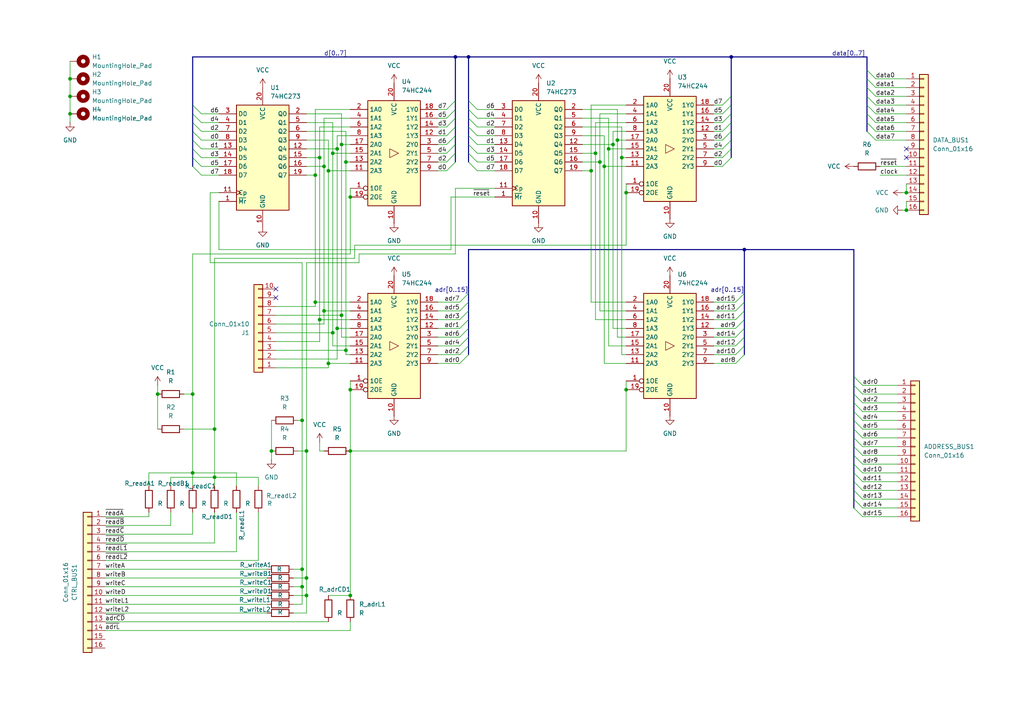
<source format=kicad_sch>
(kicad_sch (version 20231120) (generator "eeschema") (generator_version "8.0")
  (paper "A4")
  (title_block (title "Dual Register Unit") (date "2025-02-11"))
  (lib_symbols
    (symbol "74xx:74HC244"
      (property "Reference" "U" (at -7.62 16.51 0))
      (property "Value" "74HC244" (at -7.62 -16.51 0))
      (symbol "74HC244_1_0"
        (polyline (pts (xy 1.27 0) (xy -1.27 1.27) (xy -1.27 -1.27) (xy 1.27 0)) (stroke (width 0.1524)))
        (pin input inverted (at -12.7 -10.16 0) (length 5.08) (name "1OE") (number "1"))
        (pin power_in line (at 0 -20.32 90) (length 5.08) (name "GND") (number "10"))
        (pin input line (at -12.7 -5.08 0) (length 5.08) (name "2A3") (number "11"))
        (pin tri_state line (at 12.7 5.08 180) (length 5.08) (name "1Y3") (number "12"))
        (pin input line (at -12.7 -2.54 0) (length 5.08) (name "2A2") (number "13"))
        (pin tri_state line (at 12.7 7.62 180) (length 5.08) (name "1Y2") (number "14"))
        (pin input line (at -12.7 0 0) (length 5.08) (name "2A1") (number "15"))
        (pin tri_state line (at 12.7 10.16 180) (length 5.08) (name "1Y1") (number "16"))
        (pin input line (at -12.7 2.54 0) (length 5.08) (name "2A0") (number "17"))
        (pin tri_state line (at 12.7 12.7 180) (length 5.08) (name "1Y0") (number "18"))
        (pin input inverted (at -12.7 -12.7 0) (length 5.08) (name "2OE") (number "19"))
        (pin input line (at -12.7 12.7 0) (length 5.08) (name "1A0") (number "2"))
        (pin power_in line (at 0 20.32 270) (length 5.08) (name "VCC") (number "20"))
        (pin tri_state line (at 12.7 2.54 180) (length 5.08) (name "2Y0") (number "3"))
        (pin input line (at -12.7 10.16 0) (length 5.08) (name "1A1") (number "4"))
        (pin tri_state line (at 12.7 0 180) (length 5.08) (name "2Y1") (number "5"))
        (pin input line (at -12.7 7.62 0) (length 5.08) (name "1A2") (number "6"))
        (pin tri_state line (at 12.7 -2.54 180) (length 5.08) (name "2Y2") (number "7"))
        (pin input line (at -12.7 5.08 0) (length 5.08) (name "1A3") (number "8"))
        (pin tri_state line (at 12.7 -5.08 180) (length 5.08) (name "2Y3") (number "9"))
      )
      (symbol "74HC244_1_1"
        (rectangle (start -7.62 15.24) (end 7.62 -15.24) (stroke (width 0.254)) (fill (type background)))
      )
    )
    (symbol "74xx:74HC273"
      (property "Reference" "U" (at -7.62 16.51 0))
      (property "Value" "74HC273" (at -7.62 -16.51 0))
      (symbol "74HC273_1_0"
        (pin input line (at -12.7 -12.7 0) (length 5.08) (name "~{Mr}") (number "1"))
        (pin power_in line (at 0 -20.32 90) (length 5.08) (name "GND") (number "10"))
        (pin input clock (at -12.7 -10.16 0) (length 5.08) (name "Cp") (number "11"))
        (pin output line (at 12.7 2.54 180) (length 5.08) (name "Q4") (number "12"))
        (pin input line (at -12.7 2.54 0) (length 5.08) (name "D4") (number "13"))
        (pin input line (at -12.7 0 0) (length 5.08) (name "D5") (number "14"))
        (pin output line (at 12.7 0 180) (length 5.08) (name "Q5") (number "15"))
        (pin output line (at 12.7 -2.54 180) (length 5.08) (name "Q6") (number "16"))
        (pin input line (at -12.7 -2.54 0) (length 5.08) (name "D6") (number "17"))
        (pin input line (at -12.7 -5.08 0) (length 5.08) (name "D7") (number "18"))
        (pin output line (at 12.7 -5.08 180) (length 5.08) (name "Q7") (number "19"))
        (pin output line (at 12.7 12.7 180) (length 5.08) (name "Q0") (number "2"))
        (pin power_in line (at 0 20.32 270) (length 5.08) (name "VCC") (number "20"))
        (pin input line (at -12.7 12.7 0) (length 5.08) (name "D0") (number "3"))
        (pin input line (at -12.7 10.16 0) (length 5.08) (name "D1") (number "4"))
        (pin output line (at 12.7 10.16 180) (length 5.08) (name "Q1") (number "5"))
        (pin output line (at 12.7 7.62 180) (length 5.08) (name "Q2") (number "6"))
        (pin input line (at -12.7 7.62 0) (length 5.08) (name "D2") (number "7"))
        (pin input line (at -12.7 5.08 0) (length 5.08) (name "D3") (number "8"))
        (pin output line (at 12.7 5.08 180) (length 5.08) (name "Q3") (number "9"))
      )
      (symbol "74HC273_1_1"
        (rectangle (start -7.62 15.24) (end 7.62 -15.24) (stroke (width 0.254)) (fill (type background)))
      )
    )
    (symbol "Connector_Generic:Conn_01x10" (pin_names (offset 1.016) hide)
      (property "Reference" "J" (at 0 12.7 0))
      (property "Value" "Conn_01x10" (at 0 -15.24 0))
      (symbol "Conn_01x10_1_1"
        (rectangle (start -1.27 -12.573) (end 0 -12.827) (stroke (width 0.1524)))
        (rectangle (start -1.27 -10.033) (end 0 -10.287) (stroke (width 0.1524)))
        (rectangle (start -1.27 -7.493) (end 0 -7.747) (stroke (width 0.1524)))
        (rectangle (start -1.27 -4.953) (end 0 -5.207) (stroke (width 0.1524)))
        (rectangle (start -1.27 -2.413) (end 0 -2.667) (stroke (width 0.1524)))
        (rectangle (start -1.27 0.127) (end 0 -0.127) (stroke (width 0.1524)))
        (rectangle (start -1.27 2.667) (end 0 2.413) (stroke (width 0.1524)))
        (rectangle (start -1.27 5.207) (end 0 4.953) (stroke (width 0.1524)))
        (rectangle (start -1.27 7.747) (end 0 7.493) (stroke (width 0.1524)))
        (rectangle (start -1.27 10.287) (end 0 10.033) (stroke (width 0.1524)))
        (rectangle (start -1.27 11.43) (end 1.27 -13.97) (stroke (width 0.254)) (fill (type background)))
        (pin passive line (at -5.08 10.16 0) (length 3.81) (name "Pin_1") (number "1"))
        (pin passive line (at -5.08 -12.7 0) (length 3.81) (name "Pin_10") (number "10"))
        (pin passive line (at -5.08 7.62 0) (length 3.81) (name "Pin_2") (number "2"))
        (pin passive line (at -5.08 5.08 0) (length 3.81) (name "Pin_3") (number "3"))
        (pin passive line (at -5.08 2.54 0) (length 3.81) (name "Pin_4") (number "4"))
        (pin passive line (at -5.08 0 0) (length 3.81) (name "Pin_5") (number "5"))
        (pin passive line (at -5.08 -2.54 0) (length 3.81) (name "Pin_6") (number "6"))
        (pin passive line (at -5.08 -5.08 0) (length 3.81) (name "Pin_7") (number "7"))
        (pin passive line (at -5.08 -7.62 0) (length 3.81) (name "Pin_8") (number "8"))
        (pin passive line (at -5.08 -10.16 0) (length 3.81) (name "Pin_9") (number "9"))
      )
    )
    (symbol "Connector_Generic:Conn_01x16" (pin_names (offset 1.016) hide)
      (property "Reference" "J" (at 0 20.32 0))
      (property "Value" "Conn_01x16" (at 0 -22.86 0))
      (symbol "Conn_01x16_1_1"
        (rectangle (start -1.27 -20.193) (end 0 -20.447) (stroke (width 0.1524)))
        (rectangle (start -1.27 -17.653) (end 0 -17.907) (stroke (width 0.1524)))
        (rectangle (start -1.27 -15.113) (end 0 -15.367) (stroke (width 0.1524)))
        (rectangle (start -1.27 -12.573) (end 0 -12.827) (stroke (width 0.1524)))
        (rectangle (start -1.27 -10.033) (end 0 -10.287) (stroke (width 0.1524)))
        (rectangle (start -1.27 -7.493) (end 0 -7.747) (stroke (width 0.1524)))
        (rectangle (start -1.27 -4.953) (end 0 -5.207) (stroke (width 0.1524)))
        (rectangle (start -1.27 -2.413) (end 0 -2.667) (stroke (width 0.1524)))
        (rectangle (start -1.27 0.127) (end 0 -0.127) (stroke (width 0.1524)))
        (rectangle (start -1.27 2.667) (end 0 2.413) (stroke (width 0.1524)))
        (rectangle (start -1.27 5.207) (end 0 4.953) (stroke (width 0.1524)))
        (rectangle (start -1.27 7.747) (end 0 7.493) (stroke (width 0.1524)))
        (rectangle (start -1.27 10.287) (end 0 10.033) (stroke (width 0.1524)))
        (rectangle (start -1.27 12.827) (end 0 12.573) (stroke (width 0.1524)))
        (rectangle (start -1.27 15.367) (end 0 15.113) (stroke (width 0.1524)))
        (rectangle (start -1.27 17.907) (end 0 17.653) (stroke (width 0.1524)))
        (rectangle (start -1.27 19.05) (end 1.27 -21.59) (stroke (width 0.254)) (fill (type background)))
        (pin passive line (at -5.08 17.78 0) (length 3.81) (name "Pin_1") (number "1"))
        (pin passive line (at -5.08 -5.08 0) (length 3.81) (name "Pin_10") (number "10"))
        (pin passive line (at -5.08 -7.62 0) (length 3.81) (name "Pin_11") (number "11"))
        (pin passive line (at -5.08 -10.16 0) (length 3.81) (name "Pin_12") (number "12"))
        (pin passive line (at -5.08 -12.7 0) (length 3.81) (name "Pin_13") (number "13"))
        (pin passive line (at -5.08 -15.24 0) (length 3.81) (name "Pin_14") (number "14"))
        (pin passive line (at -5.08 -17.78 0) (length 3.81) (name "Pin_15") (number "15"))
        (pin passive line (at -5.08 -20.32 0) (length 3.81) (name "Pin_16") (number "16"))
        (pin passive line (at -5.08 15.24 0) (length 3.81) (name "Pin_2") (number "2"))
        (pin passive line (at -5.08 12.7 0) (length 3.81) (name "Pin_3") (number "3"))
        (pin passive line (at -5.08 10.16 0) (length 3.81) (name "Pin_4") (number "4"))
        (pin passive line (at -5.08 7.62 0) (length 3.81) (name "Pin_5") (number "5"))
        (pin passive line (at -5.08 5.08 0) (length 3.81) (name "Pin_6") (number "6"))
        (pin passive line (at -5.08 2.54 0) (length 3.81) (name "Pin_7") (number "7"))
        (pin passive line (at -5.08 0 0) (length 3.81) (name "Pin_8") (number "8"))
        (pin passive line (at -5.08 -2.54 0) (length 3.81) (name "Pin_9") (number "9"))
      )
    )
    (symbol "Device:R" (pin_numbers hide) (pin_names (offset 0))
      (property "Reference" "R" (at 2.032 0 90))
      (property "Value" "R" (at 0 0 90))
      (symbol "R_0_1"
        (rectangle (start -1.016 -2.54) (end 1.016 2.54) (stroke (width 0.254)))
      )
      (symbol "R_1_1"
        (pin passive line (at 0 3.81 270) (length 1.27) (name "~") (number "1"))
        (pin passive line (at 0 -3.81 90) (length 1.27) (name "~") (number "2"))
      )
    )
    (symbol "Mechanical:MountingHole_Pad" (pin_numbers hide) (pin_names (offset 1.016) hide) (exclude_from_sim yes) (in_bom no)
      (property "Reference" "H" (at 0 6.35 0))
      (property "Value" "MountingHole_Pad" (at 0 4.445 0))
      (symbol "MountingHole_Pad_0_1"
        (circle (center 0 1.27) (radius 1.27) (stroke (width 1.27)))
      )
      (symbol "MountingHole_Pad_1_1"
        (pin input line (at 0 -2.54 90) (length 2.54) (name "1") (number "1"))
      )
    )
    (symbol "power:GND" (power) (pin_numbers hide) (pin_names (offset 0) hide)
      (property "Value" "GND" (at 0 -3.81 0))
      (symbol "GND_0_1"
        (polyline (pts (xy 0 0) (xy 0 -1.27) (xy 1.27 -1.27) (xy 0 -2.54) (xy -1.27 -1.27) (xy 0 -1.27)))
      )
      (symbol "GND_1_1"
        (pin power_in line (at 0 0 270) (length 0) (name "~") (number "1"))
      )
    )
    (symbol "power:VCC" (power) (pin_numbers hide) (pin_names (offset 0) hide)
      (property "Value" "VCC" (at 0 3.556 0))
      (symbol "VCC_0_1"
        (polyline (pts (xy -0.762 1.27) (xy 0 2.54)))
        (polyline (pts (xy 0 0) (xy 0 2.54)))
        (polyline (pts (xy 0 2.54) (xy 0.762 1.27)))
      )
      (symbol "VCC_1_1"
        (pin power_in line (at 0 0 90) (length 0) (name "~") (number "1"))
      )
    )
  )
  (junction (at 171.45 49.53))
  (junction (at 92.71 45.72))
  (junction (at 173.99 46.99))
  (junction (at 92.71 92.71))
  (junction (at 101.6 57.15))
  (junction (at 175.26 48.26))
  (junction (at 97.79 95.25))
  (junction (at 181.61 55.88))
  (junction (at 96.52 44.45))
  (junction (at 91.44 87.63))
  (junction (at 101.6 113.03))
  (junction (at 45.72 114.3))
  (junction (at 91.44 50.8))
  (junction (at 87.63 165.1))
  (junction (at 62.23 138.43))
  (junction (at 88.9 172.72))
  (junction (at 176.53 43.18))
  (junction (at 135.89 16.51))
  (junction (at 212.09 16.51))
  (junction (at 20.32 33.02))
  (junction (at 215.9 72.39))
  (junction (at 62.23 124.46))
  (junction (at 20.32 27.94))
  (junction (at 132.08 16.51))
  (junction (at 179.07 40.64))
  (junction (at 101.6 130.81))
  (junction (at 93.98 90.17))
  (junction (at 88.9 130.81))
  (junction (at 87.63 121.92))
  (junction (at 55.88 114.3))
  (junction (at 99.06 91.44))
  (junction (at 100.33 46.99))
  (junction (at 172.72 44.45))
  (junction (at 55.88 137.16))
  (junction (at 93.98 48.26))
  (junction (at 100.33 101.6))
  (junction (at 20.32 22.86))
  (junction (at 181.61 113.03))
  (junction (at 95.25 49.53))
  (junction (at 99.06 41.91))
  (junction (at 88.9 167.64))
  (junction (at 78.74 130.81))
  (junction (at 262.89 55.88))
  (junction (at 101.6 172.72))
  (junction (at 96.52 96.52))
  (junction (at 97.79 43.18))
  (junction (at 262.89 60.96))
  (junction (at 87.63 170.18))
  (junction (at 95.25 105.41))
  (junction (at 177.8 41.91))
  (junction (at 180.34 45.72))
  (no_connect (at 262.89 43.18))
  (no_connect (at 80.01 83.82))
  (no_connect (at 262.89 45.72))
  (no_connect (at 80.01 86.36))
  (bus_entry (at 215.9 102.87) (size -2.54 2.54))
  (bus_entry (at 212.09 45.72) (size -2.54 2.54))
  (bus_entry (at 251.46 20.32) (size 2.54 2.54))
  (bus_entry (at 135.89 85.09) (size -2.54 2.54))
  (bus_entry (at 55.88 30.48) (size 2.54 2.54))
  (bus_entry (at 247.65 127) (size 2.54 2.54))
  (bus_entry (at 55.88 35.56) (size 2.54 2.54))
  (bus_entry (at 135.89 97.79) (size -2.54 2.54))
  (bus_entry (at 212.09 35.56) (size -2.54 2.54))
  (bus_entry (at 132.08 39.37) (size -2.54 2.54))
  (bus_entry (at 251.46 33.02) (size 2.54 2.54))
  (bus_entry (at 247.65 142.24) (size 2.54 2.54))
  (bus_entry (at 215.9 85.09) (size -2.54 2.54))
  (bus_entry (at 212.09 27.94) (size -2.54 2.54))
  (bus_entry (at 132.08 31.75) (size -2.54 2.54))
  (bus_entry (at 135.89 44.45) (size 2.54 2.54))
  (bus_entry (at 251.46 22.86) (size 2.54 2.54))
  (bus_entry (at 135.89 95.25) (size -2.54 2.54))
  (bus_entry (at 247.65 132.08) (size 2.54 2.54))
  (bus_entry (at 135.89 102.87) (size -2.54 2.54))
  (bus_entry (at 215.9 92.71) (size -2.54 2.54))
  (bus_entry (at 135.89 29.21) (size 2.54 2.54))
  (bus_entry (at 135.89 92.71) (size -2.54 2.54))
  (bus_entry (at 135.89 46.99) (size 2.54 2.54))
  (bus_entry (at 212.09 40.64) (size -2.54 2.54))
  (bus_entry (at 132.08 36.83) (size -2.54 2.54))
  (bus_entry (at 247.65 139.7) (size 2.54 2.54))
  (bus_entry (at 132.08 34.29) (size -2.54 2.54))
  (bus_entry (at 135.89 36.83) (size 2.54 2.54))
  (bus_entry (at 132.08 44.45) (size -2.54 2.54))
  (bus_entry (at 55.88 48.26) (size 2.54 2.54))
  (bus_entry (at 247.65 111.76) (size 2.54 2.54))
  (bus_entry (at 247.65 147.32) (size 2.54 2.54))
  (bus_entry (at 132.08 29.21) (size -2.54 2.54))
  (bus_entry (at 251.46 25.4) (size 2.54 2.54))
  (bus_entry (at 251.46 35.56) (size 2.54 2.54))
  (bus_entry (at 132.08 41.91) (size -2.54 2.54))
  (bus_entry (at 247.65 121.92) (size 2.54 2.54))
  (bus_entry (at 215.9 87.63) (size -2.54 2.54))
  (bus_entry (at 247.65 129.54) (size 2.54 2.54))
  (bus_entry (at 212.09 43.18) (size -2.54 2.54))
  (bus_entry (at 247.65 119.38) (size 2.54 2.54))
  (bus_entry (at 212.09 30.48) (size -2.54 2.54))
  (bus_entry (at 247.65 116.84) (size 2.54 2.54))
  (bus_entry (at 247.65 144.78) (size 2.54 2.54))
  (bus_entry (at 135.89 31.75) (size 2.54 2.54))
  (bus_entry (at 215.9 90.17) (size -2.54 2.54))
  (bus_entry (at 215.9 97.79) (size -2.54 2.54))
  (bus_entry (at 212.09 38.1) (size -2.54 2.54))
  (bus_entry (at 215.9 100.33) (size -2.54 2.54))
  (bus_entry (at 135.89 87.63) (size -2.54 2.54))
  (bus_entry (at 215.9 95.25) (size -2.54 2.54))
  (bus_entry (at 135.89 34.29) (size 2.54 2.54))
  (bus_entry (at 135.89 90.17) (size -2.54 2.54))
  (bus_entry (at 55.88 38.1) (size 2.54 2.54))
  (bus_entry (at 247.65 114.3) (size 2.54 2.54))
  (bus_entry (at 135.89 41.91) (size 2.54 2.54))
  (bus_entry (at 212.09 33.02) (size -2.54 2.54))
  (bus_entry (at 55.88 43.18) (size 2.54 2.54))
  (bus_entry (at 251.46 38.1) (size 2.54 2.54))
  (bus_entry (at 247.65 137.16) (size 2.54 2.54))
  (bus_entry (at 251.46 30.48) (size 2.54 2.54))
  (bus_entry (at 132.08 46.99) (size -2.54 2.54))
  (bus_entry (at 135.89 100.33) (size -2.54 2.54))
  (bus_entry (at 135.89 39.37) (size 2.54 2.54))
  (bus_entry (at 55.88 33.02) (size 2.54 2.54))
  (bus_entry (at 251.46 27.94) (size 2.54 2.54))
  (bus_entry (at 55.88 40.64) (size 2.54 2.54))
  (bus_entry (at 55.88 45.72) (size 2.54 2.54))
  (bus_entry (at 247.65 124.46) (size 2.54 2.54))
  (bus_entry (at 247.65 134.62) (size 2.54 2.54))
  (bus_entry (at 247.65 109.22) (size 2.54 2.54))
  (wire (pts (xy 92.71 130.81) (xy 93.98 130.81)))
  (wire (pts (xy 86.36 130.81) (xy 88.9 130.81)))
  (bus (pts (xy 135.89 41.91) (xy 135.89 44.45)))
  (wire (pts (xy 77.47 172.72) (xy 30.48 172.72)))
  (wire (pts (xy 92.71 128.27) (xy 92.71 130.81)))
  (bus (pts (xy 135.89 95.25) (xy 135.89 92.71)))
  (wire (pts (xy 88.9 45.72) (xy 92.71 45.72)))
  (wire (pts (xy 99.06 97.79) (xy 101.6 97.79)))
  (wire (pts (xy 62.23 74.93) (xy 102.87 74.93)))
  (wire (pts (xy 250.19 111.76) (xy 260.35 111.76)))
  (wire (pts (xy 250.19 124.46) (xy 260.35 124.46)))
  (wire (pts (xy 88.9 40.64) (xy 95.25 40.64)))
  (wire (pts (xy 58.42 48.26) (xy 63.5 48.26)))
  (wire (pts (xy 88.9 167.64) (xy 85.09 167.64)))
  (bus (pts (xy 135.89 97.79) (xy 135.89 95.25)))
  (wire (pts (xy 181.61 53.34) (xy 181.61 55.88)))
  (bus (pts (xy 135.89 29.21) (xy 135.89 31.75)))
  (bus (pts (xy 247.65 139.7) (xy 247.65 142.24)))
  (wire (pts (xy 102.87 74.93) (xy 102.87 71.12)))
  (wire (pts (xy 58.42 35.56) (xy 63.5 35.56)))
  (bus (pts (xy 135.89 39.37) (xy 135.89 41.91)))
  (wire (pts (xy 58.42 33.02) (xy 63.5 33.02)))
  (wire (pts (xy 261.62 60.96) (xy 262.89 60.96)))
  (bus (pts (xy 212.09 43.18) (xy 212.09 40.64)))
  (wire (pts (xy 168.91 44.45) (xy 172.72 44.45)))
  (wire (pts (xy 254 40.64) (xy 262.89 40.64)))
  (wire (pts (xy 133.35 95.25) (xy 127 95.25)))
  (wire (pts (xy 93.98 34.29) (xy 101.6 34.29)))
  (bus (pts (xy 215.9 100.33) (xy 215.9 97.79)))
  (bus (pts (xy 247.65 72.39) (xy 247.65 109.22)))
  (wire (pts (xy 43.18 140.97) (xy 43.18 137.16)))
  (wire (pts (xy 95.25 105.41) (xy 101.6 105.41)))
  (wire (pts (xy 133.35 100.33) (xy 127 100.33)))
  (wire (pts (xy 95.25 40.64) (xy 95.25 49.53)))
  (wire (pts (xy 30.48 154.94) (xy 55.88 154.94)))
  (bus (pts (xy 212.09 33.02) (xy 212.09 30.48)))
  (wire (pts (xy 77.47 165.1) (xy 30.48 165.1)))
  (bus (pts (xy 247.65 114.3) (xy 247.65 116.84)))
  (wire (pts (xy 97.79 104.14) (xy 97.79 95.25)))
  (bus (pts (xy 247.65 129.54) (xy 247.65 132.08)))
  (bus (pts (xy 132.08 34.29) (xy 132.08 31.75)))
  (wire (pts (xy 68.58 160.02) (xy 68.58 148.59)))
  (wire (pts (xy 86.36 121.92) (xy 87.63 121.92)))
  (wire (pts (xy 133.35 87.63) (xy 127 87.63)))
  (wire (pts (xy 95.25 106.68) (xy 95.25 105.41)))
  (bus (pts (xy 55.88 35.56) (xy 55.88 38.1)))
  (wire (pts (xy 53.34 114.3) (xy 55.88 114.3)))
  (wire (pts (xy 207.01 30.48) (xy 209.55 30.48)))
  (wire (pts (xy 101.6 31.75) (xy 91.44 31.75)))
  (wire (pts (xy 177.8 38.1) (xy 181.61 38.1)))
  (wire (pts (xy 101.6 73.66) (xy 55.88 73.66)))
  (wire (pts (xy 130.81 72.39) (xy 63.5 72.39)))
  (wire (pts (xy 101.6 182.88) (xy 30.48 182.88)))
  (wire (pts (xy 250.19 139.7) (xy 260.35 139.7)))
  (wire (pts (xy 87.63 121.92) (xy 87.63 76.2)))
  (wire (pts (xy 250.19 149.86) (xy 260.35 149.86)))
  (wire (pts (xy 207.01 48.26) (xy 209.55 48.26)))
  (wire (pts (xy 92.71 45.72) (xy 92.71 92.71)))
  (wire (pts (xy 250.19 114.3) (xy 260.35 114.3)))
  (bus (pts (xy 251.46 35.56) (xy 251.46 38.1)))
  (wire (pts (xy 207.01 33.02) (xy 209.55 33.02)))
  (bus (pts (xy 132.08 41.91) (xy 132.08 39.37)))
  (wire (pts (xy 213.36 97.79) (xy 207.01 97.79)))
  (wire (pts (xy 87.63 170.18) (xy 87.63 175.26)))
  (wire (pts (xy 92.71 99.06) (xy 92.71 92.71)))
  (wire (pts (xy 138.43 44.45) (xy 143.51 44.45)))
  (wire (pts (xy 97.79 95.25) (xy 101.6 95.25)))
  (wire (pts (xy 250.19 116.84) (xy 260.35 116.84)))
  (wire (pts (xy 30.48 149.86) (xy 43.18 149.86)))
  (wire (pts (xy 101.6 172.72) (xy 101.6 130.81)))
  (wire (pts (xy 20.32 27.94) (xy 20.32 33.02)))
  (wire (pts (xy 20.32 17.78) (xy 20.32 22.86)))
  (wire (pts (xy 250.19 127) (xy 260.35 127)))
  (wire (pts (xy 80.01 93.98) (xy 93.98 93.98)))
  (wire (pts (xy 55.88 137.16) (xy 68.58 137.16)))
  (wire (pts (xy 171.45 49.53) (xy 168.91 49.53)))
  (bus (pts (xy 215.9 90.17) (xy 215.9 87.63)))
  (wire (pts (xy 181.61 130.81) (xy 181.61 113.03)))
  (wire (pts (xy 80.01 88.9) (xy 91.44 88.9)))
  (wire (pts (xy 74.93 148.59) (xy 74.93 162.56)))
  (wire (pts (xy 207.01 38.1) (xy 209.55 38.1)))
  (wire (pts (xy 55.88 73.66) (xy 55.88 114.3)))
  (wire (pts (xy 254 25.4) (xy 262.89 25.4)))
  (wire (pts (xy 168.91 36.83) (xy 180.34 36.83)))
  (wire (pts (xy 181.61 40.64) (xy 179.07 40.64)))
  (bus (pts (xy 135.89 100.33) (xy 135.89 97.79)))
  (wire (pts (xy 213.36 102.87) (xy 207.01 102.87)))
  (wire (pts (xy 97.79 43.18) (xy 97.79 95.25)))
  (wire (pts (xy 181.61 110.49) (xy 181.61 113.03)))
  (wire (pts (xy 181.61 105.41) (xy 175.26 105.41)))
  (wire (pts (xy 101.6 130.81) (xy 181.61 130.81)))
  (wire (pts (xy 91.44 50.8) (xy 88.9 50.8)))
  (wire (pts (xy 99.06 33.02) (xy 88.9 33.02)))
  (bus (pts (xy 132.08 36.83) (xy 132.08 34.29)))
  (wire (pts (xy 250.19 129.54) (xy 260.35 129.54)))
  (wire (pts (xy 80.01 106.68) (xy 95.25 106.68)))
  (wire (pts (xy 207.01 43.18) (xy 209.55 43.18)))
  (wire (pts (xy 87.63 165.1) (xy 87.63 121.92)))
  (wire (pts (xy 255.27 48.26) (xy 262.89 48.26)))
  (wire (pts (xy 176.53 43.18) (xy 181.61 43.18)))
  (wire (pts (xy 62.23 124.46) (xy 62.23 74.93)))
  (wire (pts (xy 55.88 154.94) (xy 55.88 148.59)))
  (wire (pts (xy 91.44 31.75) (xy 91.44 50.8)))
  (bus (pts (xy 247.65 127) (xy 247.65 129.54)))
  (wire (pts (xy 213.36 92.71) (xy 207.01 92.71)))
  (bus (pts (xy 251.46 25.4) (xy 251.46 27.94)))
  (bus (pts (xy 247.65 124.46) (xy 247.65 127)))
  (wire (pts (xy 78.74 121.92) (xy 78.74 130.81)))
  (wire (pts (xy 213.36 100.33) (xy 207.01 100.33)))
  (wire (pts (xy 207.01 35.56) (xy 209.55 35.56)))
  (wire (pts (xy 254 27.94) (xy 262.89 27.94)))
  (wire (pts (xy 250.19 142.24) (xy 260.35 142.24)))
  (wire (pts (xy 175.26 39.37) (xy 175.26 48.26)))
  (wire (pts (xy 138.43 46.99) (xy 143.51 46.99)))
  (wire (pts (xy 127 46.99) (xy 129.54 46.99)))
  (bus (pts (xy 212.09 30.48) (xy 212.09 27.94)))
  (wire (pts (xy 132.08 54.61) (xy 132.08 73.66)))
  (wire (pts (xy 62.23 138.43) (xy 74.93 138.43)))
  (wire (pts (xy 62.23 138.43) (xy 62.23 124.46)))
  (wire (pts (xy 133.35 105.41) (xy 127 105.41)))
  (wire (pts (xy 250.19 132.08) (xy 260.35 132.08)))
  (wire (pts (xy 100.33 38.1) (xy 100.33 46.99)))
  (wire (pts (xy 127 36.83) (xy 129.54 36.83)))
  (wire (pts (xy 172.72 35.56) (xy 181.61 35.56)))
  (wire (pts (xy 101.6 57.15) (xy 101.6 73.66)))
  (wire (pts (xy 127 39.37) (xy 129.54 39.37)))
  (bus (pts (xy 135.89 102.87) (xy 135.89 100.33)))
  (wire (pts (xy 100.33 46.99) (xy 100.33 101.6)))
  (wire (pts (xy 138.43 36.83) (xy 143.51 36.83)))
  (bus (pts (xy 55.88 16.51) (xy 55.88 30.48)))
  (wire (pts (xy 250.19 137.16) (xy 260.35 137.16)))
  (wire (pts (xy 45.72 114.3) (xy 45.72 124.46)))
  (wire (pts (xy 99.06 91.44) (xy 99.06 97.79)))
  (wire (pts (xy 62.23 148.59) (xy 62.23 157.48)))
  (wire (pts (xy 80.01 96.52) (xy 96.52 96.52)))
  (wire (pts (xy 88.9 177.8) (xy 88.9 172.72)))
  (wire (pts (xy 80.01 104.14) (xy 97.79 104.14)))
  (bus (pts (xy 247.65 111.76) (xy 247.65 114.3)))
  (wire (pts (xy 58.42 40.64) (xy 63.5 40.64)))
  (bus (pts (xy 251.46 22.86) (xy 251.46 25.4)))
  (wire (pts (xy 74.93 140.97) (xy 74.93 138.43)))
  (wire (pts (xy 99.06 41.91) (xy 99.06 91.44)))
  (wire (pts (xy 60.96 55.88) (xy 63.5 55.88)))
  (wire (pts (xy 213.36 105.41) (xy 207.01 105.41)))
  (wire (pts (xy 177.8 41.91) (xy 177.8 38.1)))
  (bus (pts (xy 215.9 97.79) (xy 215.9 95.25)))
  (wire (pts (xy 97.79 43.18) (xy 97.79 39.37)))
  (wire (pts (xy 143.51 54.61) (xy 132.08 54.61)))
  (wire (pts (xy 88.9 43.18) (xy 97.79 43.18)))
  (wire (pts (xy 78.74 133.35) (xy 78.74 130.81)))
  (bus (pts (xy 247.65 134.62) (xy 247.65 137.16)))
  (wire (pts (xy 173.99 46.99) (xy 173.99 33.02)))
  (bus (pts (xy 215.9 95.25) (xy 215.9 92.71)))
  (wire (pts (xy 91.44 88.9) (xy 91.44 87.63)))
  (wire (pts (xy 49.53 140.97) (xy 49.53 138.43)))
  (wire (pts (xy 171.45 87.63) (xy 181.61 87.63)))
  (wire (pts (xy 213.36 90.17) (xy 207.01 90.17)))
  (wire (pts (xy 180.34 45.72) (xy 181.61 45.72)))
  (wire (pts (xy 99.06 41.91) (xy 99.06 33.02)))
  (bus (pts (xy 251.46 16.51) (xy 251.46 20.32)))
  (wire (pts (xy 254 30.48) (xy 262.89 30.48)))
  (wire (pts (xy 92.71 36.83) (xy 101.6 36.83)))
  (wire (pts (xy 255.27 50.8) (xy 262.89 50.8)))
  (wire (pts (xy 207.01 40.64) (xy 209.55 40.64)))
  (bus (pts (xy 215.9 92.71) (xy 215.9 90.17)))
  (wire (pts (xy 177.8 95.25) (xy 177.8 41.91)))
  (bus (pts (xy 135.89 16.51) (xy 135.89 29.21)))
  (wire (pts (xy 168.91 46.99) (xy 173.99 46.99)))
  (wire (pts (xy 101.6 54.61) (xy 101.6 57.15)))
  (bus (pts (xy 132.08 44.45) (xy 132.08 41.91)))
  (wire (pts (xy 92.71 92.71) (xy 101.6 92.71)))
  (wire (pts (xy 127 34.29) (xy 129.54 34.29)))
  (wire (pts (xy 181.61 95.25) (xy 177.8 95.25)))
  (wire (pts (xy 58.42 45.72) (xy 63.5 45.72)))
  (bus (pts (xy 55.88 45.72) (xy 55.88 48.26)))
  (wire (pts (xy 250.19 147.32) (xy 260.35 147.32)))
  (bus (pts (xy 212.09 40.64) (xy 212.09 38.1)))
  (wire (pts (xy 102.87 71.12) (xy 181.61 71.12)))
  (wire (pts (xy 254 35.56) (xy 262.89 35.56)))
  (bus (pts (xy 212.09 45.72) (xy 212.09 43.18)))
  (wire (pts (xy 104.14 76.2) (xy 88.9 76.2)))
  (wire (pts (xy 87.63 76.2) (xy 60.96 76.2)))
  (wire (pts (xy 77.47 177.8) (xy 30.48 177.8)))
  (bus (pts (xy 247.65 109.22) (xy 247.65 111.76)))
  (bus (pts (xy 215.9 102.87) (xy 215.9 100.33)))
  (wire (pts (xy 62.23 138.43) (xy 62.23 140.97)))
  (wire (pts (xy 49.53 148.59) (xy 49.53 152.4)))
  (wire (pts (xy 88.9 172.72) (xy 88.9 167.64)))
  (wire (pts (xy 58.42 50.8) (xy 63.5 50.8)))
  (wire (pts (xy 213.36 95.25) (xy 207.01 95.25)))
  (wire (pts (xy 254 33.02) (xy 262.89 33.02)))
  (wire (pts (xy 96.52 100.33) (xy 96.52 96.52)))
  (wire (pts (xy 138.43 39.37) (xy 143.51 39.37)))
  (bus (pts (xy 55.88 38.1) (xy 55.88 40.64)))
  (wire (pts (xy 88.9 35.56) (xy 96.52 35.56)))
  (bus (pts (xy 135.89 44.45) (xy 135.89 46.99)))
  (wire (pts (xy 49.53 152.4) (xy 30.48 152.4)))
  (bus (pts (xy 135.89 34.29) (xy 135.89 36.83)))
  (wire (pts (xy 97.79 39.37) (xy 101.6 39.37)))
  (wire (pts (xy 180.34 45.72) (xy 180.34 102.87)))
  (bus (pts (xy 251.46 30.48) (xy 251.46 33.02)))
  (wire (pts (xy 55.88 137.16) (xy 55.88 140.97)))
  (wire (pts (xy 127 49.53) (xy 129.54 49.53)))
  (wire (pts (xy 261.62 55.88) (xy 262.89 55.88)))
  (wire (pts (xy 179.07 97.79) (xy 179.07 40.64)))
  (wire (pts (xy 175.26 48.26) (xy 181.61 48.26)))
  (wire (pts (xy 95.25 49.53) (xy 101.6 49.53)))
  (wire (pts (xy 250.19 119.38) (xy 260.35 119.38)))
  (bus (pts (xy 135.89 90.17) (xy 135.89 87.63)))
  (bus (pts (xy 251.46 33.02) (xy 251.46 35.56)))
  (wire (pts (xy 181.61 71.12) (xy 181.61 55.88)))
  (wire (pts (xy 179.07 31.75) (xy 168.91 31.75)))
  (wire (pts (xy 176.53 34.29) (xy 176.53 43.18)))
  (wire (pts (xy 96.52 96.52) (xy 96.52 44.45)))
  (bus (pts (xy 247.65 132.08) (xy 247.65 134.62)))
  (wire (pts (xy 171.45 30.48) (xy 171.45 49.53)))
  (wire (pts (xy 250.19 134.62) (xy 260.35 134.62)))
  (wire (pts (xy 68.58 140.97) (xy 68.58 137.16)))
  (wire (pts (xy 181.61 92.71) (xy 172.72 92.71)))
  (wire (pts (xy 55.88 114.3) (xy 55.88 137.16)))
  (wire (pts (xy 88.9 48.26) (xy 93.98 48.26)))
  (wire (pts (xy 77.47 175.26) (xy 30.48 175.26)))
  (wire (pts (xy 58.42 38.1) (xy 63.5 38.1)))
  (wire (pts (xy 45.72 111.76) (xy 45.72 114.3)))
  (wire (pts (xy 80.01 99.06) (xy 92.71 99.06)))
  (wire (pts (xy 30.48 160.02) (xy 68.58 160.02)))
  (wire (pts (xy 43.18 149.86) (xy 43.18 148.59)))
  (wire (pts (xy 175.26 105.41) (xy 175.26 48.26)))
  (bus (pts (xy 132.08 16.51) (xy 55.88 16.51)))
  (wire (pts (xy 85.09 175.26) (xy 87.63 175.26)))
  (bus (pts (xy 132.08 46.99) (xy 132.08 44.45)))
  (wire (pts (xy 80.01 91.44) (xy 99.06 91.44)))
  (wire (pts (xy 100.33 101.6) (xy 100.33 102.87)))
  (wire (pts (xy 250.19 144.78) (xy 260.35 144.78)))
  (wire (pts (xy 77.47 167.64) (xy 30.48 167.64)))
  (wire (pts (xy 173.99 90.17) (xy 173.99 46.99)))
  (wire (pts (xy 88.9 38.1) (xy 100.33 38.1)))
  (wire (pts (xy 133.35 97.79) (xy 127 97.79)))
  (wire (pts (xy 133.35 90.17) (xy 127 90.17)))
  (wire (pts (xy 168.91 39.37) (xy 175.26 39.37)))
  (bus (pts (xy 135.89 36.83) (xy 135.89 39.37)))
  (wire (pts (xy 207.01 45.72) (xy 209.55 45.72)))
  (wire (pts (xy 133.35 92.71) (xy 127 92.71)))
  (bus (pts (xy 247.65 144.78) (xy 247.65 147.32)))
  (wire (pts (xy 100.33 102.87) (xy 101.6 102.87)))
  (wire (pts (xy 127 44.45) (xy 129.54 44.45)))
  (wire (pts (xy 85.09 172.72) (xy 88.9 172.72)))
  (wire (pts (xy 92.71 36.83) (xy 92.71 45.72)))
  (wire (pts (xy 179.07 40.64) (xy 179.07 31.75)))
  (wire (pts (xy 130.81 57.15) (xy 130.81 72.39)))
  (wire (pts (xy 88.9 76.2) (xy 88.9 130.81)))
  (bus (pts (xy 212.09 35.56) (xy 212.09 33.02)))
  (bus (pts (xy 251.46 20.32) (xy 251.46 22.86)))
  (bus (pts (xy 212.09 16.51) (xy 212.09 27.94)))
  (bus (pts (xy 247.65 137.16) (xy 247.65 139.7)))
  (bus (pts (xy 132.08 39.37) (xy 132.08 36.83)))
  (bus (pts (xy 215.9 85.09) (xy 215.9 72.39)))
  (wire (pts (xy 254 22.86) (xy 262.89 22.86)))
  (wire (pts (xy 138.43 41.91) (xy 143.51 41.91)))
  (wire (pts (xy 93.98 48.26) (xy 93.98 34.29)))
  (wire (pts (xy 101.6 110.49) (xy 101.6 113.03)))
  (wire (pts (xy 93.98 93.98) (xy 93.98 90.17)))
  (wire (pts (xy 254 38.1) (xy 262.89 38.1)))
  (wire (pts (xy 168.91 34.29) (xy 176.53 34.29)))
  (bus (pts (xy 135.89 92.71) (xy 135.89 90.17)))
  (wire (pts (xy 132.08 73.66) (xy 104.14 73.66)))
  (wire (pts (xy 127 31.75) (xy 129.54 31.75)))
  (wire (pts (xy 63.5 72.39) (xy 63.5 58.42)))
  (bus (pts (xy 215.9 72.39) (xy 135.89 72.39)))
  (wire (pts (xy 171.45 49.53) (xy 171.45 87.63)))
  (wire (pts (xy 104.14 73.66) (xy 104.14 76.2)))
  (wire (pts (xy 133.35 102.87) (xy 127 102.87)))
  (bus (pts (xy 55.88 40.64) (xy 55.88 43.18)))
  (wire (pts (xy 101.6 180.34) (xy 101.6 182.88)))
  (wire (pts (xy 87.63 170.18) (xy 85.09 170.18)))
  (wire (pts (xy 96.52 44.45) (xy 101.6 44.45)))
  (wire (pts (xy 262.89 58.42) (xy 262.89 60.96)))
  (bus (pts (xy 132.08 16.51) (xy 132.08 29.21)))
  (bus (pts (xy 132.08 16.51) (xy 135.89 16.51)))
  (wire (pts (xy 80.01 101.6) (xy 100.33 101.6)))
  (bus (pts (xy 135.89 87.63) (xy 135.89 85.09)))
  (bus (pts (xy 55.88 30.48) (xy 55.88 33.02)))
  (wire (pts (xy 138.43 31.75) (xy 143.51 31.75)))
  (wire (pts (xy 172.72 35.56) (xy 172.72 44.45)))
  (wire (pts (xy 181.61 100.33) (xy 176.53 100.33)))
  (wire (pts (xy 101.6 113.03) (xy 101.6 130.81)))
  (wire (pts (xy 168.91 41.91) (xy 177.8 41.91)))
  (wire (pts (xy 127 41.91) (xy 129.54 41.91)))
  (wire (pts (xy 88.9 130.81) (xy 88.9 167.64)))
  (wire (pts (xy 93.98 90.17) (xy 101.6 90.17)))
  (wire (pts (xy 173.99 33.02) (xy 181.61 33.02)))
  (bus (pts (xy 215.9 87.63) (xy 215.9 85.09)))
  (wire (pts (xy 62.23 157.48) (xy 30.48 157.48)))
  (wire (pts (xy 100.33 46.99) (xy 101.6 46.99)))
  (wire (pts (xy 49.53 138.43) (xy 62.23 138.43)))
  (wire (pts (xy 91.44 50.8) (xy 91.44 87.63)))
  (bus (pts (xy 212.09 16.51) (xy 251.46 16.51)))
  (bus (pts (xy 247.65 119.38) (xy 247.65 121.92)))
  (wire (pts (xy 91.44 87.63) (xy 101.6 87.63)))
  (wire (pts (xy 262.89 53.34) (xy 262.89 55.88)))
  (bus (pts (xy 132.08 31.75) (xy 132.08 29.21)))
  (wire (pts (xy 181.61 90.17) (xy 173.99 90.17)))
  (wire (pts (xy 43.18 137.16) (xy 55.88 137.16)))
  (wire (pts (xy 87.63 165.1) (xy 87.63 170.18)))
  (wire (pts (xy 53.34 124.46) (xy 62.23 124.46)))
  (wire (pts (xy 143.51 57.15) (xy 130.81 57.15)))
  (wire (pts (xy 85.09 177.8) (xy 88.9 177.8)))
  (bus (pts (xy 251.46 27.94) (xy 251.46 30.48)))
  (wire (pts (xy 96.52 35.56) (xy 96.52 44.45)))
  (wire (pts (xy 95.25 49.53) (xy 95.25 105.41)))
  (wire (pts (xy 181.61 30.48) (xy 171.45 30.48)))
  (bus (pts (xy 247.65 116.84) (xy 247.65 119.38)))
  (wire (pts (xy 213.36 87.63) (xy 207.01 87.63)))
  (wire (pts (xy 95.25 172.72) (xy 101.6 172.72)))
  (wire (pts (xy 101.6 100.33) (xy 96.52 100.33)))
  (wire (pts (xy 58.42 43.18) (xy 63.5 43.18)))
  (bus (pts (xy 135.89 72.39) (xy 135.89 85.09)))
  (wire (pts (xy 30.48 180.34) (xy 95.25 180.34)))
  (wire (pts (xy 176.53 100.33) (xy 176.53 43.18)))
  (wire (pts (xy 20.32 35.56) (xy 20.32 33.02)))
  (bus (pts (xy 212.09 38.1) (xy 212.09 35.56)))
  (wire (pts (xy 138.43 49.53) (xy 143.51 49.53)))
  (bus (pts (xy 247.65 142.24) (xy 247.65 144.78)))
  (wire (pts (xy 180.34 102.87) (xy 181.61 102.87)))
  (wire (pts (xy 138.43 34.29) (xy 143.51 34.29)))
  (wire (pts (xy 172.72 92.71) (xy 172.72 44.45)))
  (wire (pts (xy 180.34 36.83) (xy 180.34 45.72)))
  (bus (pts (xy 135.89 16.51) (xy 212.09 16.51)))
  (bus (pts (xy 215.9 72.39) (xy 247.65 72.39)))
  (wire (pts (xy 20.32 22.86) (xy 20.32 27.94)))
  (wire (pts (xy 181.61 97.79) (xy 179.07 97.79)))
  (bus (pts (xy 135.89 31.75) (xy 135.89 34.29)))
  (bus (pts (xy 55.88 33.02) (xy 55.88 35.56)))
  (wire (pts (xy 77.47 170.18) (xy 30.48 170.18)))
  (wire (pts (xy 93.98 48.26) (xy 93.98 90.17)))
  (wire (pts (xy 60.96 76.2) (xy 60.96 55.88)))
  (bus (pts (xy 247.65 121.92) (xy 247.65 124.46)))
  (wire (pts (xy 74.93 162.56) (xy 30.48 162.56)))
  (wire (pts (xy 250.19 121.92) (xy 260.35 121.92)))
  (wire (pts (xy 101.6 41.91) (xy 99.06 41.91)))
  (bus (pts (xy 55.88 43.18) (xy 55.88 45.72)))
  (wire (pts (xy 85.09 165.1) (xy 87.63 165.1)))
  (label "d6" (at 60.96 33.02 0))
  (label "adr14" (at 250.19 147.32 0))
  (label "d3" (at 60.96 45.72 0))
  (label "d5" (at 140.97 46.99 0))
  (label "data3" (at 254 30.48 0))
  (label "writeB" (at 30.48 167.64 0))
  (label "adr5" (at 250.19 124.46 0))
  (label "adr[0..15]" (at 215.9 85.09 180))
  (label "~{readD}" (at 30.48 157.48 0))
  (label "adr4" (at 133.35 100.33 180))
  (label "adr5" (at 133.35 90.17 180))
  (label "adr13" (at 250.19 144.78 0))
  (label "adr0" (at 133.35 105.41 180))
  (label "d2" (at 127 46.99 0))
  (label "adr11" (at 213.36 92.71 180))
  (label "adr11" (at 250.19 139.7 0))
  (label "adr2" (at 250.19 116.84 0))
  (label "~{reset}" (at 255.27 48.26 0))
  (label "~{readL1}" (at 30.48 160.02 0))
  (label "~{adrL}" (at 30.48 182.88 0))
  (label "d4" (at 140.97 34.29 0))
  (label "adr6" (at 250.19 127 0))
  (label "d0" (at 207.01 48.26 0))
  (label "adr3" (at 133.35 92.71 180))
  (label "d5" (at 127 34.29 0))
  (label "~{readB}" (at 30.48 152.4 0))
  (label "d[0..7]" (at 93.98 16.51 0))
  (label "d4" (at 207.01 43.18 0))
  (label "writeL2" (at 30.48 177.8 0))
  (label "~{readC}" (at 30.48 154.94 0))
  (label "data5" (at 254 35.56 0))
  (label "d3" (at 127 36.83 0))
  (label "d5" (at 207.01 33.02 0))
  (label "d1" (at 207.01 38.1 0))
  (label "d1" (at 60.96 43.18 0))
  (label "~{readL2}" (at 30.48 162.56 0))
  (label "d0" (at 140.97 39.37 0))
  (label "d7" (at 127 31.75 0))
  (label "adr12" (at 250.19 142.24 0))
  (label "adr1" (at 250.19 114.3 0))
  (label "data7" (at 254 40.64 0))
  (label "data4" (at 254 33.02 0))
  (label "~{readA}" (at 30.48 149.86 0))
  (label "d7" (at 140.97 49.53 0))
  (label "adr8" (at 213.36 105.41 180))
  (label "adr0" (at 250.19 111.76 0))
  (label "d3" (at 207.01 35.56 0))
  (label "adr7" (at 250.19 129.54 0))
  (label "writeC" (at 30.48 170.18 0))
  (label "writeA" (at 30.48 165.1 0))
  (label "data2" (at 254 27.94 0))
  (label "d2" (at 60.96 38.1 0))
  (label "adr8" (at 250.19 132.08 0))
  (label "adr7" (at 133.35 87.63 180))
  (label "writeL1" (at 30.48 175.26 0))
  (label "d6" (at 207.01 40.64 0))
  (label "adr15" (at 213.36 87.63 180))
  (label "d0" (at 60.96 40.64 0))
  (label "d5" (at 60.96 48.26 0))
  (label "adr15" (at 250.19 149.86 0))
  (label "adr4" (at 250.19 121.92 0))
  (label "d2" (at 140.97 36.83 0))
  (label "adr10" (at 250.19 137.16 0))
  (label "adr6" (at 133.35 97.79 180))
  (label "d0" (at 127 49.53 0))
  (label "data[0..7]" (at 241.3 16.51 0))
  (label "d4" (at 60.96 35.56 0))
  (label "adr9" (at 250.19 134.62 0))
  (label "adr[0..15]" (at 135.89 85.09 180))
  (label "~{adrCD}" (at 30.48 180.34 0))
  (label "adr10" (at 213.36 102.87 180))
  (label "d6" (at 140.97 31.75 0))
  (label "d1" (at 127 39.37 0))
  (label "data1" (at 254 25.4 0))
  (label "d2" (at 207.01 45.72 0))
  (label "adr13" (at 213.36 90.17 180))
  (label "adr12" (at 213.36 100.33 180))
  (label "~{reset}" (at 137.16 57.15 0))
  (label "data6" (at 254 38.1 0))
  (label "adr14" (at 213.36 97.79 180))
  (label "d7" (at 207.01 30.48 0))
  (label "d6" (at 127 41.91 0))
  (label "clock" (at 255.27 50.8 0))
  (label "d4" (at 127 44.45 0))
  (label "adr9" (at 213.36 95.25 180))
  (label "d1" (at 140.97 41.91 0))
  (label "adr1" (at 133.35 95.25 180))
  (label "d3" (at 140.97 44.45 0))
  (label "d7" (at 60.96 50.8 0))
  (label "writeD" (at 30.48 172.72 0))
  (label "adr2" (at 133.35 102.87 180))
  (label "adr3" (at 250.19 119.38 0))
  (label "data0" (at 254 22.86 0))
  (symbol (lib_id "74xx:74HC273") (at 76.2 45.72 0) (unit 1)
    (property "Reference" "U1" (at 78.3941 25.4 0) (effects (justify left)))
    (property "Value" "74HC273" (at 78.3941 27.94 0) (effects (justify left)))
    (property "Footprint" "Package_DIP:DIP-20_W7.62mm_LongPads" (effects (hide yes)))
    (property "Datasheet" "https://assets.nexperia.com/documents/data-sheet/74HC_HCT273.pdf" (effects (hide yes)))
    (property "Description" "8-bit D Flip-Flop, reset" (effects (hide yes)))
  )
  (symbol (lib_id "power:GND") (at 114.3 64.77 0) (unit 1)
    (property "Reference" "#PWR03" (effects (hide yes)))
    (property "Value" "GND" (at 114.3 69.85 0))
    (property "Description" "Power symbol creates a global label with name \"GND\" , ground" (effects (hide yes)))
  )
  (symbol (lib_id "Device:R") (at 82.55 130.81 90) (unit 1)
    (property "Reference" "R4" (at 82.55 124.46 90))
    (property "Value" "R" (at 82.55 127 90))
    (property "Footprint" "Resistor_SMD:R_0603_1608Metric" (effects (hide yes)))
    (property "Description" "Resistor" (effects (hide yes)))
  )
  (symbol (lib_id "Device:R") (at 97.79 130.81 90) (unit 1)
    (property "Reference" "R5" (at 97.79 124.46 90))
    (property "Value" "R" (at 97.79 127 90))
    (property "Footprint" "Resistor_SMD:R_0603_1608Metric" (effects (hide yes)))
    (property "Description" "Resistor" (effects (hide yes)))
  )
  (symbol (lib_id "Device:R") (at 49.53 144.78 0) (unit 1)
    (property "Reference" "R_readB1" (at 45.72 140.208 0) (effects (justify left)))
    (property "Value" "R" (at 52.07 146.0499 0) (effects (justify left)))
    (property "Footprint" "Resistor_SMD:R_0603_1608Metric" (effects (hide yes)))
    (property "Description" "Resistor" (effects (hide yes)))
  )
  (symbol (lib_id "74xx:74HC273") (at 156.21 44.45 0) (unit 1)
    (property "Reference" "U2" (at 158.4041 24.13 0) (effects (justify left)))
    (property "Value" "74HC273" (at 158.4041 26.67 0) (effects (justify left)))
    (property "Footprint" "Package_DIP:DIP-20_W7.62mm_LongPads" (effects (hide yes)))
    (property "Datasheet" "https://assets.nexperia.com/documents/data-sheet/74HC_HCT273.pdf" (effects (hide yes)))
    (property "Description" "8-bit D Flip-Flop, reset" (effects (hide yes)))
  )
  (symbol (lib_id "Device:R") (at 55.88 144.78 0) (unit 1)
    (property "Reference" "R_readC1" (at 53.594 140.97 0) (effects (justify left)))
    (property "Value" "R" (at 58.42 146.0499 0) (effects (justify left)))
    (property "Footprint" "Resistor_SMD:R_0603_1608Metric" (effects (hide yes)))
    (property "Description" "Resistor" (effects (hide yes)))
  )
  (symbol (lib_id "power:GND") (at 78.74 133.35 0) (unit 1)
    (property "Reference" "#PWR016" (effects (hide yes)))
    (property "Value" "GND" (at 78.74 138.43 0))
    (property "Description" "Power symbol creates a global label with name \"GND\" , ground" (effects (hide yes)))
  )
  (symbol (lib_id "power:GND") (at 114.3 120.65 0) (unit 1)
    (property "Reference" "#PWR010" (effects (hide yes)))
    (property "Value" "GND" (at 114.3 125.73 0))
    (property "Description" "Power symbol creates a global label with name \"GND\" , ground" (effects (hide yes)))
  )
  (symbol (lib_id "power:GND") (at 194.31 120.65 0) (unit 1)
    (property "Reference" "#PWR012" (effects (hide yes)))
    (property "Value" "GND" (at 194.31 125.73 0))
    (property "Description" "Power symbol creates a global label with name \"GND\" , ground" (effects (hide yes)))
  )
  (symbol (lib_id "power:VCC") (at 194.31 80.01 0) (unit 1)
    (property "Reference" "#PWR011" (effects (hide yes)))
    (property "Value" "VCC" (at 194.31 74.93 0))
    (property "Description" "Power symbol creates a global label with name \"VCC\"" (effects (hide yes)))
  )
  (symbol (lib_id "Device:R") (at 81.28 170.18 90) (unit 1)
    (property "Reference" "R_writeC1" (at 74.168 168.91 90))
    (property "Value" "R" (at 81.28 170.18 90))
    (property "Footprint" "Resistor_SMD:R_0603_1608Metric" (effects (hide yes)))
    (property "Description" "Resistor" (effects (hide yes)))
  )
  (symbol (lib_id "power:VCC") (at 76.2 25.4 0) (unit 1)
    (property "Reference" "#PWR04" (effects (hide yes)))
    (property "Value" "VCC" (at 76.2 20.32 0))
    (property "Description" "Power symbol creates a global label with name \"VCC\"" (effects (hide yes)))
  )
  (symbol (lib_id "74xx:74HC244") (at 114.3 100.33 0) (unit 1)
    (property "Reference" "U5" (at 116.4941 79.5686 0) (effects (justify left)))
    (property "Value" "74HC244" (at 116.4941 82.1086 0) (effects (justify left)))
    (property "Footprint" "Package_DIP:DIP-20_W7.62mm_LongPads" (effects (hide yes)))
    (property "Datasheet" "https://assets.nexperia.com/documents/data-sheet/74HC_HCT244.pdf" (effects (hide yes)))
    (property "Description" "8-bit Buffer/Line Driver 3-state" (effects (hide yes)))
  )
  (symbol (lib_id "power:VCC") (at 45.72 111.76 0) (unit 1)
    (property "Reference" "#PWR014" (effects (hide yes)))
    (property "Value" "VCC" (at 45.72 106.68 0))
    (property "Description" "Power symbol creates a global label with name \"VCC\"" (effects (hide yes)))
  )
  (symbol (lib_id "Device:R") (at 81.28 172.72 90) (unit 1)
    (property "Reference" "R_writeD1" (at 74.168 171.45 90))
    (property "Value" "R" (at 81.28 172.72 90))
    (property "Footprint" "Resistor_SMD:R_0603_1608Metric" (effects (hide yes)))
    (property "Description" "Resistor" (effects (hide yes)))
  )
  (symbol (lib_id "Device:R") (at 81.28 175.26 90) (unit 1)
    (property "Reference" "R_writeL1" (at 73.914 173.99 90))
    (property "Value" "R" (at 81.28 175.26 90))
    (property "Footprint" "Resistor_SMD:R_0603_1608Metric" (effects (hide yes)))
    (property "Description" "Resistor" (effects (hide yes)))
  )
  (symbol (lib_id "power:VCC") (at 114.3 80.01 0) (unit 1)
    (property "Reference" "#PWR09" (effects (hide yes)))
    (property "Value" "VCC" (at 114.3 74.93 0))
    (property "Description" "Power symbol creates a global label with name \"VCC\"" (effects (hide yes)))
  )
  (symbol (lib_id "Device:R") (at 95.25 176.53 0) (unit 1)
    (property "Reference" "R_adrCD1" (at 92.456 170.942 0) (effects (justify left)))
    (property "Value" "R" (at 97.79 177.7999 0) (effects (justify left)))
    (property "Footprint" "Resistor_SMD:R_0603_1608Metric" (effects (hide yes)))
    (property "Description" "Resistor" (effects (hide yes)))
  )
  (symbol (lib_id "Mechanical:MountingHole_Pad") (at 22.86 22.86 270) (unit 1) (exclude_from_sim yes) (in_bom no)
    (property "Reference" "H2" (at 26.67 21.5899 90) (effects (justify left)))
    (property "Value" "MountingHole_Pad" (at 26.67 24.1299 90) (effects (justify left)))
    (property "Footprint" "MountingHole:MountingHole_3.2mm_M3_Pad_Via" (effects (hide yes)))
    (property "Description" "Mounting Hole with connection" (effects (hide yes)))
  )
  (symbol (lib_id "power:GND") (at 194.31 63.5 0) (unit 1)
    (property "Reference" "#PWR07" (effects (hide yes)))
    (property "Value" "GND" (at 194.31 68.58 0))
    (property "Description" "Power symbol creates a global label with name \"GND\" , ground" (effects (hide yes)))
  )
  (symbol (lib_id "Device:R") (at 81.28 177.8 90) (unit 1)
    (property "Reference" "R_writeL2" (at 73.914 176.784 90))
    (property "Value" "R" (at 81.28 177.546 90))
    (property "Footprint" "Resistor_SMD:R_0603_1608Metric" (effects (hide yes)))
    (property "Description" "Resistor" (effects (hide yes)))
  )
  (symbol (lib_id "Device:R") (at 82.55 121.92 90) (unit 1)
    (property "Reference" "R3" (at 82.55 115.57 90))
    (property "Value" "R" (at 82.55 118.11 90))
    (property "Footprint" "Resistor_SMD:R_0603_1608Metric" (effects (hide yes)))
    (property "Description" "Resistor" (effects (hide yes)))
  )
  (symbol (lib_id "Mechanical:MountingHole_Pad") (at 22.86 17.78 270) (unit 1) (exclude_from_sim yes) (in_bom no)
    (property "Reference" "H1" (at 26.67 16.5099 90) (effects (justify left)))
    (property "Value" "MountingHole_Pad" (at 26.67 19.0499 90) (effects (justify left)))
    (property "Footprint" "MountingHole:MountingHole_3.2mm_M3_Pad_Via" (effects (hide yes)))
    (property "Description" "Mounting Hole with connection" (effects (hide yes)))
  )
  (symbol (lib_id "Device:R") (at 49.53 124.46 90) (unit 1)
    (property "Reference" "R2" (at 49.53 118.11 90))
    (property "Value" "R" (at 49.53 120.65 90))
    (property "Footprint" "Resistor_SMD:R_0603_1608Metric" (effects (hide yes)))
    (property "Description" "Resistor" (effects (hide yes)))
  )
  (symbol (lib_id "Connector_Generic:Conn_01x10") (at 74.93 96.52 180) (unit 1)
    (property "Reference" "J1" (at 72.39 96.5201 0) (effects (justify left)))
    (property "Value" "Conn_01x10" (at 72.39 93.9801 0) (effects (justify left)))
    (property "Footprint" "Connector_IDC:IDC-Header_2x05_P2.54mm_Horizontal" (effects (hide yes)))
    (property "Description" "Generic connector, single row, 01x10, script generated (kicad-library-utils/schlib/autogen/connector/)" (effects (hide yes)))
  )
  (symbol (lib_id "Device:R") (at 81.28 165.1 90) (unit 1)
    (property "Reference" "R_writeA1" (at 74.168 163.83 90))
    (property "Value" "R" (at 81.026 165.1 90))
    (property "Footprint" "Resistor_SMD:R_0603_1608Metric" (effects (hide yes)))
    (property "Description" "Resistor" (effects (hide yes)))
  )
  (symbol (lib_id "Device:R") (at 81.28 167.64 90) (unit 1)
    (property "Reference" "R_writeB1" (at 74.168 166.37 90))
    (property "Value" "R" (at 81.28 167.64 90))
    (property "Footprint" "Resistor_SMD:R_0603_1608Metric" (effects (hide yes)))
    (property "Description" "Resistor" (effects (hide yes)))
  )
  (symbol (lib_id "power:GND") (at 20.32 35.56 0) (unit 1)
    (property "Reference" "#PWR013" (effects (hide yes)))
    (property "Value" "GND" (at 20.32 40.64 0))
    (property "Description" "Power symbol creates a global label with name \"GND\" , ground" (effects (hide yes)))
  )
  (symbol (lib_id "power:VCC") (at 114.3 24.13 0) (unit 1)
    (property "Reference" "#PWR08" (effects (hide yes)))
    (property "Value" "VCC" (at 114.3 19.05 0))
    (property "Description" "Power symbol creates a global label with name \"VCC\"" (effects (hide yes)))
  )
  (symbol (lib_id "Device:R") (at 251.46 48.26 90) (unit 1)
    (property "Reference" "R6" (at 251.46 41.91 90))
    (property "Value" "R" (at 251.46 44.45 90))
    (property "Footprint" "Resistor_SMD:R_0603_1608Metric" (effects (hide yes)))
    (property "Description" "Resistor" (effects (hide yes)))
  )
  (symbol (lib_id "Connector_Generic:Conn_01x16") (at 267.97 40.64 0) (unit 1)
    (property "Reference" "DATA_BUS1" (at 270.51 40.6399 0) (effects (justify left)))
    (property "Value" "Conn_01x16" (at 270.51 43.1799 0) (effects (justify left)))
    (property "Footprint" "Connector_IDC:IDC-Header_2x08_P2.54mm_Horizontal" (effects (hide yes)))
    (property "Description" "Generic connector, single row, 01x16, script generated (kicad-library-utils/schlib/autogen/connector/)" (effects (hide yes)))
  )
  (symbol (lib_id "power:GND") (at 76.2 66.04 0) (unit 1)
    (property "Reference" "#PWR02" (effects (hide yes)))
    (property "Value" "GND" (at 76.2 71.12 0))
    (property "Description" "Power symbol creates a global label with name \"GND\" , ground" (effects (hide yes)))
  )
  (symbol (lib_id "Device:R") (at 101.6 176.53 0) (unit 1)
    (property "Reference" "R_adrL1" (at 104.14 175.2599 0) (effects (justify left)))
    (property "Value" "R" (at 104.14 177.7999 0) (effects (justify left)))
    (property "Footprint" "Resistor_SMD:R_0603_1608Metric" (effects (hide yes)))
    (property "Description" "Resistor" (effects (hide yes)))
  )
  (symbol (lib_id "Mechanical:MountingHole_Pad") (at 22.86 27.94 270) (unit 1) (exclude_from_sim yes) (in_bom no)
    (property "Reference" "H3" (at 26.67 26.6699 90) (effects (justify left)))
    (property "Value" "MountingHole_Pad" (at 26.67 29.2099 90) (effects (justify left)))
    (property "Footprint" "MountingHole:MountingHole_3.2mm_M3_Pad_Via" (effects (hide yes)))
    (property "Description" "Mounting Hole with connection" (effects (hide yes)))
  )
  (symbol (lib_id "Connector_Generic:Conn_01x16") (at 265.43 129.54 0) (unit 1)
    (property "Reference" "ADDRESS_BUS1" (at 267.97 129.5399 0) (effects (justify left)))
    (property "Value" "Conn_01x16" (at 267.97 132.0799 0) (effects (justify left)))
    (property "Footprint" "Connector_IDC:IDC-Header_2x08_P2.54mm_Horizontal" (effects (hide yes)))
    (property "Description" "Generic connector, single row, 01x16, script generated (kicad-library-utils/schlib/autogen/connector/)" (effects (hide yes)))
  )
  (symbol (lib_id "power:VCC") (at 156.21 24.13 0) (unit 1)
    (property "Reference" "#PWR01" (effects (hide yes)))
    (property "Value" "VCC" (at 156.21 19.05 0))
    (property "Description" "Power symbol creates a global label with name \"VCC\"" (effects (hide yes)))
  )
  (symbol (lib_id "power:VCC") (at 247.65 48.26 90) (unit 1)
    (property "Reference" "#PWR017" (effects (hide yes)))
    (property "Value" "VCC" (at 243.84 48.2599 90) (effects (justify left)))
    (property "Description" "Power symbol creates a global label with name \"VCC\"" (effects (hide yes)))
  )
  (symbol (lib_id "power:GND") (at 261.62 60.96 270) (unit 1)
    (property "Reference" "#PWR021" (effects (hide yes)))
    (property "Value" "GND" (at 257.81 60.9599 90) (effects (justify right)))
    (property "Description" "Power symbol creates a global label with name \"GND\" , ground" (effects (hide yes)))
  )
  (symbol (lib_id "power:VCC") (at 194.31 22.86 0) (unit 1)
    (property "Reference" "#PWR06" (effects (hide yes)))
    (property "Value" "VCC" (at 194.31 17.78 0))
    (property "Description" "Power symbol creates a global label with name \"VCC\"" (effects (hide yes)))
  )
  (symbol (lib_id "Device:R") (at 49.53 114.3 90) (unit 1)
    (property "Reference" "R1" (at 49.53 107.95 90))
    (property "Value" "R" (at 49.53 110.49 90))
    (property "Footprint" "Resistor_SMD:R_0603_1608Metric" (effects (hide yes)))
    (property "Description" "Resistor" (effects (hide yes)))
  )
  (symbol (lib_id "Mechanical:MountingHole_Pad") (at 22.86 33.02 270) (unit 1) (exclude_from_sim yes) (in_bom no)
    (property "Reference" "H4" (at 26.67 31.7499 90) (effects (justify left)))
    (property "Value" "MountingHole_Pad" (at 26.67 34.2899 90) (effects (justify left)))
    (property "Footprint" "MountingHole:MountingHole_3.2mm_M3_Pad_Via" (effects (hide yes)))
    (property "Description" "Mounting Hole with connection" (effects (hide yes)))
  )
  (symbol (lib_id "Device:R") (at 74.93 144.78 0) (unit 1)
    (property "Reference" "R_readL2" (at 77.216 143.764 0) (effects (justify left)))
    (property "Value" "R" (at 77.47 146.0499 0) (effects (justify left)))
    (property "Footprint" "Resistor_SMD:R_0603_1608Metric" (effects (hide yes)))
    (property "Description" "Resistor" (effects (hide yes)))
  )
  (symbol (lib_id "Connector_Generic:Conn_01x16") (at 25.4 167.64 0) (mirror y) (unit 1)
    (property "Reference" "CTRL_BUS1" (at 21.59 168.91 90))
    (property "Value" "Conn_01x16" (at 19.05 168.91 90))
    (property "Footprint" "Connector_IDC:IDC-Header_2x08_P2.54mm_Horizontal" (effects (hide yes)))
    (property "Description" "Generic connector, single row, 01x16, script generated (kicad-library-utils/schlib/autogen/connector/)" (effects (hide yes)))
  )
  (symbol (lib_id "power:VCC") (at 92.71 128.27 0) (unit 1)
    (property "Reference" "#PWR015" (effects (hide yes)))
    (property "Value" "VCC" (at 92.71 123.19 0))
    (property "Description" "Power symbol creates a global label with name \"VCC\"" (effects (hide yes)))
  )
  (symbol (lib_id "power:GND") (at 156.21 64.77 0) (unit 1)
    (property "Reference" "#PWR05" (effects (hide yes)))
    (property "Value" "GND" (at 156.21 69.85 0))
    (property "Description" "Power symbol creates a global label with name \"GND\" , ground" (effects (hide yes)))
  )
  (symbol (lib_id "Device:R") (at 62.23 144.78 0) (unit 1)
    (property "Reference" "R_readD1" (at 58.42 149.86 0) (effects (justify left)))
    (property "Value" "R" (at 64.77 146.0499 0) (effects (justify left)))
    (property "Footprint" "Resistor_SMD:R_0603_1608Metric" (effects (hide yes)))
    (property "Description" "Resistor" (effects (hide yes)))
  )
  (symbol (lib_id "74xx:74HC244") (at 114.3 44.45 0) (unit 1)
    (property "Reference" "U4" (at 116.4941 23.6886 0) (effects (justify left)))
    (property "Value" "74HC244" (at 116.4941 26.2286 0) (effects (justify left)))
    (property "Footprint" "Package_DIP:DIP-20_W7.62mm_LongPads" (effects (hide yes)))
    (property "Datasheet" "https://assets.nexperia.com/documents/data-sheet/74HC_HCT244.pdf" (effects (hide yes)))
    (property "Description" "8-bit Buffer/Line Driver 3-state" (effects (hide yes)))
  )
  (symbol (lib_id "74xx:74HC244") (at 194.31 100.33 0) (unit 1)
    (property "Reference" "U6" (at 196.5041 79.5686 0) (effects (justify left)))
    (property "Value" "74HC244" (at 196.5041 82.1086 0) (effects (justify left)))
    (property "Footprint" "Package_DIP:DIP-20_W7.62mm_LongPads" (effects (hide yes)))
    (property "Datasheet" "https://assets.nexperia.com/documents/data-sheet/74HC_HCT244.pdf" (effects (hide yes)))
    (property "Description" "8-bit Buffer/Line Driver 3-state" (effects (hide yes)))
  )
  (symbol (lib_id "Device:R") (at 68.58 144.78 0) (unit 1)
    (property "Reference" "R_readL1" (at 70.104 156.718 90) (effects (justify left)))
    (property "Value" "R" (at 71.12 146.0499 0) (effects (justify left)))
    (property "Footprint" "Resistor_SMD:R_0603_1608Metric" (effects (hide yes)))
    (property "Description" "Resistor" (effects (hide yes)))
  )
  (symbol (lib_id "Device:R") (at 43.18 144.78 0) (unit 1)
    (property "Reference" "R_readA1" (at 36.068 140.208 0) (effects (justify left)))
    (property "Value" "R" (at 45.72 146.0499 0) (effects (justify left)))
    (property "Footprint" "Resistor_SMD:R_0603_1608Metric" (effects (hide yes)))
    (property "Description" "Resistor" (effects (hide yes)))
  )
  (symbol (lib_id "power:VCC") (at 261.62 55.88 90) (unit 1)
    (property "Reference" "#PWR022" (effects (hide yes)))
    (property "Value" "VCC" (at 257.81 55.8799 90) (effects (justify left)))
    (property "Description" "Power symbol creates a global label with name \"VCC\"" (effects (hide yes)))
  )
  (symbol (lib_id "74xx:74HC244") (at 194.31 43.18 0) (unit 1)
    (property "Reference" "U3" (at 196.5041 22.4186 0) (effects (justify left)))
    (property "Value" "74HC244" (at 196.5041 24.9586 0) (effects (justify left)))
    (property "Footprint" "Package_DIP:DIP-20_W7.62mm_LongPads" (effects (hide yes)))
    (property "Datasheet" "https://assets.nexperia.com/documents/data-sheet/74HC_HCT244.pdf" (effects (hide yes)))
    (property "Description" "8-bit Buffer/Line Driver 3-state" (effects (hide yes)))
  )
)
</source>
